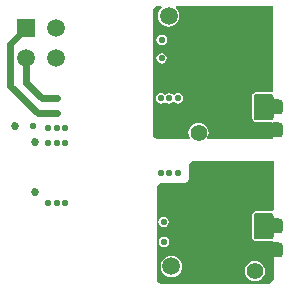
<source format=gbl>
G04 Layer_Physical_Order=4*
G04 Layer_Color=16711680*
%FSLAX25Y25*%
%MOIN*%
G70*
G01*
G75*
%ADD18C,0.02200*%
%ADD21C,0.05512*%
G04:AMPARAMS|DCode=22|XSize=45mil|YSize=50mil|CornerRadius=11.25mil|HoleSize=0mil|Usage=FLASHONLY|Rotation=0.000|XOffset=0mil|YOffset=0mil|HoleType=Round|Shape=RoundedRectangle|*
%AMROUNDEDRECTD22*
21,1,0.04500,0.02750,0,0,0.0*
21,1,0.02250,0.05000,0,0,0.0*
1,1,0.02250,0.01125,-0.01375*
1,1,0.02250,-0.01125,-0.01375*
1,1,0.02250,-0.01125,0.01375*
1,1,0.02250,0.01125,0.01375*
%
%ADD22ROUNDEDRECTD22*%
%ADD23C,0.05906*%
%ADD24R,0.05906X0.05906*%
%ADD25R,0.05906X0.05906*%
%ADD26C,0.02700*%
%ADD27C,0.02300*%
G36*
X90739Y68644D02*
X91064Y68426D01*
X91281Y68101D01*
X91358Y67717D01*
X91358Y67716D01*
X91339Y67716D01*
X91358Y61063D01*
X91358Y61062D01*
X91281Y60678D01*
X91064Y60353D01*
X90739Y60136D01*
X90355Y60059D01*
X90354Y60060D01*
X90354Y60079D01*
X85669Y60060D01*
X85669Y60059D01*
X85285Y60136D01*
X84960Y60353D01*
X84742Y60679D01*
X84666Y61063D01*
X84666Y61063D01*
X84685D01*
X84666Y67717D01*
Y67717D01*
X84742Y68101D01*
X84960Y68426D01*
X85285Y68644D01*
X85669Y68720D01*
X85669D01*
X85669Y68701D01*
X90354Y68720D01*
X90355Y68720D01*
X90739Y68644D01*
D02*
G37*
G36*
X65157Y46457D02*
X65158Y46457D01*
X91323Y46457D01*
Y29850D01*
X90823Y29516D01*
X90795Y29528D01*
X90667Y29528D01*
X90550Y29576D01*
X90354Y29576D01*
X85669Y29576D01*
X85669Y29576D01*
X85474Y29576D01*
X85356Y29528D01*
X85229D01*
X84867Y29378D01*
X84777Y29288D01*
X84660Y29239D01*
X84383Y28962D01*
X84334Y28845D01*
X84244Y28755D01*
X84095Y28393D01*
Y28266D01*
X84046Y28148D01*
X84046Y27953D01*
X84046Y21299D01*
X84046Y21104D01*
X84095Y20986D01*
X84095Y20859D01*
X84244Y20497D01*
X84334Y20407D01*
X84383Y20290D01*
X84660Y20013D01*
X84777Y19964D01*
X84867Y19874D01*
X85229Y19724D01*
X85356Y19724D01*
X85474Y19676D01*
X85669Y19676D01*
X90354Y19676D01*
X90550Y19676D01*
X90667Y19724D01*
X90794Y19724D01*
X90823Y19736D01*
X91323Y19402D01*
Y6678D01*
X89961Y5315D01*
X54134Y5315D01*
X53779Y5306D01*
X53120Y5570D01*
X52618Y6072D01*
X52354Y6732D01*
X52362Y7087D01*
Y37205D01*
X52362Y37557D01*
X52632Y38208D01*
X53130Y38707D01*
X53781Y38976D01*
X54134Y38976D01*
X54134Y38976D01*
X61417D01*
X61760Y39018D01*
X62391Y39289D01*
X62876Y39775D01*
X63147Y40406D01*
X63189Y40748D01*
X63189Y40748D01*
X63189Y44488D01*
X63179Y44883D01*
X63471Y45616D01*
X64030Y46174D01*
X64763Y46467D01*
X65157Y46457D01*
D02*
G37*
G36*
X90739Y28880D02*
X91064Y28662D01*
X91281Y28337D01*
X91358Y27953D01*
X91358Y27953D01*
X91339Y27953D01*
X91358Y21299D01*
X91358Y21298D01*
X91281Y20915D01*
X91064Y20589D01*
X90739Y20372D01*
X90355Y20296D01*
X90354Y20296D01*
X90354Y20315D01*
X85669Y20296D01*
X85669Y20296D01*
X85285Y20372D01*
X84960Y20590D01*
X84742Y20915D01*
X84666Y21299D01*
X84666Y21299D01*
X84685D01*
X84666Y27953D01*
Y27953D01*
X84742Y28337D01*
X84960Y28662D01*
X85285Y28880D01*
X85669Y28956D01*
X85669D01*
X85669Y28937D01*
X90354Y28956D01*
X90355Y28956D01*
X90739Y28880D01*
D02*
G37*
G36*
X52953Y97835D02*
X53801D01*
X53971Y97335D01*
X53812Y97212D01*
X53243Y96472D01*
X52886Y95610D01*
X52765Y94685D01*
X52886Y93760D01*
X53243Y92898D01*
X53812Y92158D01*
X54552Y91590D01*
X55414Y91233D01*
X56339Y91111D01*
X57264Y91233D01*
X58126Y91590D01*
X58866Y92158D01*
X59434Y92898D01*
X59791Y93760D01*
X59913Y94685D01*
X59791Y95610D01*
X59434Y96472D01*
X58866Y97212D01*
X58706Y97335D01*
X58876Y97835D01*
X91228Y97835D01*
Y69653D01*
X90795Y69292D01*
X90667Y69292D01*
X90550Y69340D01*
X90354Y69340D01*
X85669Y69340D01*
X85669Y69340D01*
X85474Y69340D01*
X85356Y69291D01*
X85229D01*
X84867Y69142D01*
X84777Y69052D01*
X84660Y69003D01*
X84383Y68726D01*
X84334Y68609D01*
X84244Y68519D01*
X84095Y68157D01*
Y68030D01*
X84046Y67912D01*
X84046Y67716D01*
X84046Y61063D01*
X84046Y60867D01*
X84095Y60750D01*
X84095Y60623D01*
X84244Y60261D01*
X84334Y60171D01*
X84383Y60053D01*
X84660Y59777D01*
X84777Y59728D01*
X84867Y59638D01*
X85229Y59488D01*
X85356Y59488D01*
X85474Y59439D01*
X85669Y59440D01*
X90354Y59440D01*
X90550Y59439D01*
X90667Y59488D01*
X90794Y59488D01*
X91228Y59126D01*
Y53543D01*
X69460D01*
X69239Y53992D01*
X69262Y54021D01*
X69599Y54835D01*
X69714Y55709D01*
X69599Y56582D01*
X69262Y57396D01*
X68725Y58095D01*
X68026Y58632D01*
X67212Y58969D01*
X66339Y59084D01*
X65465Y58969D01*
X64651Y58632D01*
X63952Y58095D01*
X63415Y57396D01*
X63078Y56582D01*
X62963Y55709D01*
X63078Y54835D01*
X63415Y54021D01*
X63438Y53992D01*
X63217Y53543D01*
X52953D01*
X52561Y53543D01*
X51838Y53843D01*
X51284Y54397D01*
X50984Y55120D01*
X50984Y55512D01*
Y81496D01*
X50984Y95866D01*
X50984Y95866D01*
X51022Y96350D01*
X51284Y96981D01*
X51837Y97535D01*
X52561Y97835D01*
X52953Y97835D01*
D02*
G37*
%LPC*%
G36*
X54843Y21066D02*
X54163Y20931D01*
X53588Y20546D01*
X53203Y19971D01*
X53068Y19291D01*
X53203Y18612D01*
X53588Y18036D01*
X54163Y17652D01*
X54843Y17517D01*
X55522Y17652D01*
X56097Y18036D01*
X56482Y18612D01*
X56617Y19291D01*
X56482Y19971D01*
X56097Y20546D01*
X55522Y20931D01*
X54843Y21066D01*
D02*
G37*
G36*
X57284Y14794D02*
X56358Y14673D01*
X55497Y14315D01*
X54756Y13748D01*
X54188Y13007D01*
X53831Y12145D01*
X53710Y11220D01*
X53831Y10295D01*
X54188Y9433D01*
X54756Y8693D01*
X55497Y8125D01*
X56358Y7768D01*
X57284Y7647D01*
X58209Y7768D01*
X59070Y8125D01*
X59811Y8693D01*
X60378Y9433D01*
X60736Y10295D01*
X60857Y11220D01*
X60736Y12145D01*
X60378Y13007D01*
X59811Y13748D01*
X59070Y14315D01*
X58209Y14673D01*
X57284Y14794D01*
D02*
G37*
G36*
X85039Y13021D02*
X84166Y12906D01*
X83352Y12569D01*
X82653Y12032D01*
X82116Y11333D01*
X81779Y10519D01*
X81664Y9646D01*
X81779Y8772D01*
X82116Y7958D01*
X82653Y7259D01*
X83352Y6723D01*
X84166Y6385D01*
X85039Y6270D01*
X85913Y6385D01*
X86727Y6723D01*
X87426Y7259D01*
X87963Y7958D01*
X88300Y8772D01*
X88415Y9646D01*
X88300Y10519D01*
X87963Y11333D01*
X87426Y12032D01*
X86727Y12569D01*
X85913Y12906D01*
X85039Y13021D01*
D02*
G37*
G36*
X54646Y27759D02*
X53966Y27624D01*
X53391Y27239D01*
X53006Y26663D01*
X52871Y25984D01*
X53006Y25305D01*
X53391Y24729D01*
X53966Y24345D01*
X54646Y24210D01*
X55325Y24345D01*
X55901Y24729D01*
X56285Y25305D01*
X56420Y25984D01*
X56285Y26663D01*
X55901Y27239D01*
X55325Y27624D01*
X54646Y27759D01*
D02*
G37*
G36*
X59449Y68979D02*
X58770Y68844D01*
X58194Y68460D01*
X57623Y68506D01*
X57175Y68805D01*
X56496Y68940D01*
X55817Y68805D01*
X55505Y68596D01*
X55084Y68484D01*
X54768Y68612D01*
X54419Y68844D01*
X53740Y68979D01*
X53061Y68844D01*
X52485Y68460D01*
X52101Y67884D01*
X51965Y67205D01*
X52101Y66526D01*
X52485Y65950D01*
X53061Y65565D01*
X53740Y65430D01*
X54419Y65565D01*
X54731Y65774D01*
X55152Y65886D01*
X55469Y65759D01*
X55817Y65526D01*
X56496Y65391D01*
X57175Y65526D01*
X57751Y65911D01*
X58322Y65864D01*
X58770Y65565D01*
X59449Y65430D01*
X60128Y65565D01*
X60704Y65950D01*
X61088Y66526D01*
X61224Y67205D01*
X61088Y67884D01*
X60704Y68460D01*
X60128Y68844D01*
X59449Y68979D01*
D02*
G37*
G36*
X53976Y82287D02*
X53297Y82151D01*
X52722Y81767D01*
X52337Y81191D01*
X52202Y80512D01*
X52337Y79833D01*
X52722Y79257D01*
X53297Y78872D01*
X53976Y78737D01*
X54655Y78872D01*
X55231Y79257D01*
X55616Y79833D01*
X55751Y80512D01*
X55616Y81191D01*
X55231Y81767D01*
X54655Y82151D01*
X53976Y82287D01*
D02*
G37*
G36*
X54055Y88389D02*
X53376Y88254D01*
X52800Y87869D01*
X52416Y87293D01*
X52280Y86614D01*
X52416Y85935D01*
X52800Y85359D01*
X53376Y84975D01*
X54055Y84839D01*
X54734Y84975D01*
X55310Y85359D01*
X55695Y85935D01*
X55830Y86614D01*
X55695Y87293D01*
X55310Y87869D01*
X54734Y88254D01*
X54055Y88389D01*
D02*
G37*
%LPD*%
D18*
X8898Y72402D02*
Y80709D01*
X12795Y62205D02*
X18996D01*
X3543Y71457D02*
Y85354D01*
X14095Y67205D02*
X18996D01*
X8898Y72402D02*
X14095Y67205D01*
X3543Y71457D02*
X12795Y62205D01*
X3543Y85354D02*
X8898Y90709D01*
D21*
X85039Y9646D02*
D03*
X66339Y55709D02*
D03*
X57677Y74410D02*
D03*
X76772Y10039D02*
D03*
D22*
X92126Y56496D02*
D03*
Y64370D02*
D03*
X92126Y16732D02*
D03*
Y24606D02*
D03*
D23*
X18898Y80709D02*
D03*
X8898D02*
D03*
X18898Y90709D02*
D03*
X56339Y94685D02*
D03*
X57284Y11220D02*
D03*
D24*
X8898Y90709D02*
D03*
D25*
X66339Y94685D02*
D03*
X67283Y11220D02*
D03*
D26*
X11811Y52559D02*
D03*
Y35827D02*
D03*
X5118Y58071D02*
D03*
D27*
X53740Y67205D02*
D03*
X59449D02*
D03*
X56496Y67165D02*
D03*
X53740Y57205D02*
D03*
X59449D02*
D03*
X56496Y57165D02*
D03*
X53740Y42205D02*
D03*
X59449D02*
D03*
X56496Y42165D02*
D03*
X53740Y32205D02*
D03*
X59449D02*
D03*
X56496Y32165D02*
D03*
X80709Y67126D02*
D03*
X78740D02*
D03*
Y65157D02*
D03*
X80709D02*
D03*
X79331Y25016D02*
D03*
X81299D02*
D03*
Y26984D02*
D03*
X79331D02*
D03*
X87598Y82480D02*
D03*
X82874D02*
D03*
X87598Y77559D02*
D03*
X85236D02*
D03*
Y82480D02*
D03*
X87598Y84842D02*
D03*
X82874D02*
D03*
X85827Y40551D02*
D03*
X86024Y43307D02*
D03*
X83268Y40551D02*
D03*
X88583Y40748D02*
D03*
Y38189D02*
D03*
Y43307D02*
D03*
X83071D02*
D03*
X86024Y37992D02*
D03*
X87795Y80118D02*
D03*
X82874D02*
D03*
X85433D02*
D03*
X85236Y84842D02*
D03*
X18996Y67205D02*
D03*
Y62205D02*
D03*
X88386Y61811D02*
D03*
X85827D02*
D03*
Y66929D02*
D03*
X88386D02*
D03*
X85827Y64370D02*
D03*
X88386D02*
D03*
X88386Y22047D02*
D03*
X85827D02*
D03*
Y27165D02*
D03*
X88386D02*
D03*
X85827Y24606D02*
D03*
X88386D02*
D03*
X66535Y82480D02*
D03*
Y42913D02*
D03*
X11220Y58071D02*
D03*
X21850Y57284D02*
D03*
X19094D02*
D03*
X16142D02*
D03*
X21850Y52165D02*
D03*
X19094D02*
D03*
X16142D02*
D03*
X21850Y32283D02*
D03*
X19094D02*
D03*
X16142D02*
D03*
X54055Y86614D02*
D03*
X53976Y80512D02*
D03*
X60118Y86614D02*
D03*
X60039Y80512D02*
D03*
X54646Y25984D02*
D03*
X54843Y19291D02*
D03*
X60709Y25984D02*
D03*
X60905Y19291D02*
D03*
M02*

</source>
